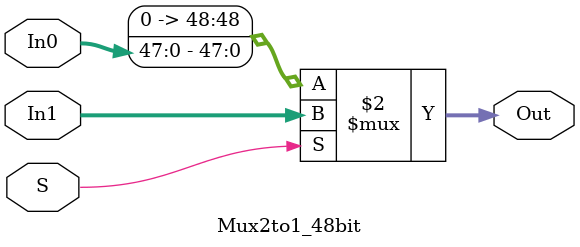
<source format=v>
module Mux2to1_48bit(In1, In0, Out, S);
input [48:0] In1;
input [47:0] In0;
input S;
output [48:0] Out;

assign Out = S? In1:In0;

endmodule

</source>
